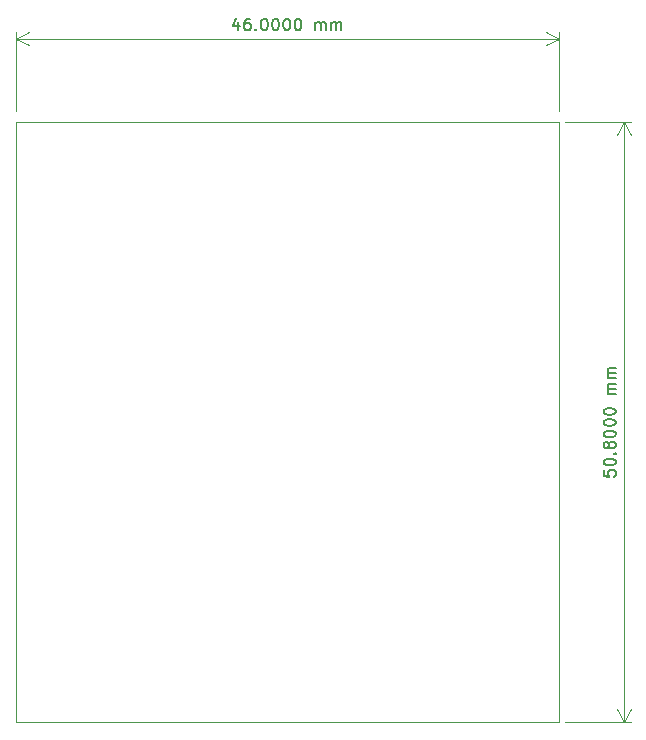
<source format=gbr>
%TF.GenerationSoftware,KiCad,Pcbnew,8.0.8*%
%TF.CreationDate,2025-02-03T20:55:48-05:00*%
%TF.ProjectId,AMS Latching Module V2.0,414d5320-4c61-4746-9368-696e67204d6f,rev?*%
%TF.SameCoordinates,Original*%
%TF.FileFunction,Profile,NP*%
%FSLAX46Y46*%
G04 Gerber Fmt 4.6, Leading zero omitted, Abs format (unit mm)*
G04 Created by KiCad (PCBNEW 8.0.8) date 2025-02-03 20:55:48*
%MOMM*%
%LPD*%
G01*
G04 APERTURE LIST*
%TA.AperFunction,Profile*%
%ADD10C,0.050000*%
%TD*%
%ADD11C,0.150000*%
G04 APERTURE END LIST*
D10*
X49720000Y-49670000D02*
X95720000Y-49670000D01*
X95720000Y-100470000D01*
X49720000Y-100470000D01*
X49720000Y-49670000D01*
D11*
X99504819Y-79165237D02*
X99504819Y-79641427D01*
X99504819Y-79641427D02*
X99981009Y-79689046D01*
X99981009Y-79689046D02*
X99933390Y-79641427D01*
X99933390Y-79641427D02*
X99885771Y-79546189D01*
X99885771Y-79546189D02*
X99885771Y-79308094D01*
X99885771Y-79308094D02*
X99933390Y-79212856D01*
X99933390Y-79212856D02*
X99981009Y-79165237D01*
X99981009Y-79165237D02*
X100076247Y-79117618D01*
X100076247Y-79117618D02*
X100314342Y-79117618D01*
X100314342Y-79117618D02*
X100409580Y-79165237D01*
X100409580Y-79165237D02*
X100457200Y-79212856D01*
X100457200Y-79212856D02*
X100504819Y-79308094D01*
X100504819Y-79308094D02*
X100504819Y-79546189D01*
X100504819Y-79546189D02*
X100457200Y-79641427D01*
X100457200Y-79641427D02*
X100409580Y-79689046D01*
X99504819Y-78498570D02*
X99504819Y-78403332D01*
X99504819Y-78403332D02*
X99552438Y-78308094D01*
X99552438Y-78308094D02*
X99600057Y-78260475D01*
X99600057Y-78260475D02*
X99695295Y-78212856D01*
X99695295Y-78212856D02*
X99885771Y-78165237D01*
X99885771Y-78165237D02*
X100123866Y-78165237D01*
X100123866Y-78165237D02*
X100314342Y-78212856D01*
X100314342Y-78212856D02*
X100409580Y-78260475D01*
X100409580Y-78260475D02*
X100457200Y-78308094D01*
X100457200Y-78308094D02*
X100504819Y-78403332D01*
X100504819Y-78403332D02*
X100504819Y-78498570D01*
X100504819Y-78498570D02*
X100457200Y-78593808D01*
X100457200Y-78593808D02*
X100409580Y-78641427D01*
X100409580Y-78641427D02*
X100314342Y-78689046D01*
X100314342Y-78689046D02*
X100123866Y-78736665D01*
X100123866Y-78736665D02*
X99885771Y-78736665D01*
X99885771Y-78736665D02*
X99695295Y-78689046D01*
X99695295Y-78689046D02*
X99600057Y-78641427D01*
X99600057Y-78641427D02*
X99552438Y-78593808D01*
X99552438Y-78593808D02*
X99504819Y-78498570D01*
X100409580Y-77736665D02*
X100457200Y-77689046D01*
X100457200Y-77689046D02*
X100504819Y-77736665D01*
X100504819Y-77736665D02*
X100457200Y-77784284D01*
X100457200Y-77784284D02*
X100409580Y-77736665D01*
X100409580Y-77736665D02*
X100504819Y-77736665D01*
X99933390Y-77117618D02*
X99885771Y-77212856D01*
X99885771Y-77212856D02*
X99838152Y-77260475D01*
X99838152Y-77260475D02*
X99742914Y-77308094D01*
X99742914Y-77308094D02*
X99695295Y-77308094D01*
X99695295Y-77308094D02*
X99600057Y-77260475D01*
X99600057Y-77260475D02*
X99552438Y-77212856D01*
X99552438Y-77212856D02*
X99504819Y-77117618D01*
X99504819Y-77117618D02*
X99504819Y-76927142D01*
X99504819Y-76927142D02*
X99552438Y-76831904D01*
X99552438Y-76831904D02*
X99600057Y-76784285D01*
X99600057Y-76784285D02*
X99695295Y-76736666D01*
X99695295Y-76736666D02*
X99742914Y-76736666D01*
X99742914Y-76736666D02*
X99838152Y-76784285D01*
X99838152Y-76784285D02*
X99885771Y-76831904D01*
X99885771Y-76831904D02*
X99933390Y-76927142D01*
X99933390Y-76927142D02*
X99933390Y-77117618D01*
X99933390Y-77117618D02*
X99981009Y-77212856D01*
X99981009Y-77212856D02*
X100028628Y-77260475D01*
X100028628Y-77260475D02*
X100123866Y-77308094D01*
X100123866Y-77308094D02*
X100314342Y-77308094D01*
X100314342Y-77308094D02*
X100409580Y-77260475D01*
X100409580Y-77260475D02*
X100457200Y-77212856D01*
X100457200Y-77212856D02*
X100504819Y-77117618D01*
X100504819Y-77117618D02*
X100504819Y-76927142D01*
X100504819Y-76927142D02*
X100457200Y-76831904D01*
X100457200Y-76831904D02*
X100409580Y-76784285D01*
X100409580Y-76784285D02*
X100314342Y-76736666D01*
X100314342Y-76736666D02*
X100123866Y-76736666D01*
X100123866Y-76736666D02*
X100028628Y-76784285D01*
X100028628Y-76784285D02*
X99981009Y-76831904D01*
X99981009Y-76831904D02*
X99933390Y-76927142D01*
X99504819Y-76117618D02*
X99504819Y-76022380D01*
X99504819Y-76022380D02*
X99552438Y-75927142D01*
X99552438Y-75927142D02*
X99600057Y-75879523D01*
X99600057Y-75879523D02*
X99695295Y-75831904D01*
X99695295Y-75831904D02*
X99885771Y-75784285D01*
X99885771Y-75784285D02*
X100123866Y-75784285D01*
X100123866Y-75784285D02*
X100314342Y-75831904D01*
X100314342Y-75831904D02*
X100409580Y-75879523D01*
X100409580Y-75879523D02*
X100457200Y-75927142D01*
X100457200Y-75927142D02*
X100504819Y-76022380D01*
X100504819Y-76022380D02*
X100504819Y-76117618D01*
X100504819Y-76117618D02*
X100457200Y-76212856D01*
X100457200Y-76212856D02*
X100409580Y-76260475D01*
X100409580Y-76260475D02*
X100314342Y-76308094D01*
X100314342Y-76308094D02*
X100123866Y-76355713D01*
X100123866Y-76355713D02*
X99885771Y-76355713D01*
X99885771Y-76355713D02*
X99695295Y-76308094D01*
X99695295Y-76308094D02*
X99600057Y-76260475D01*
X99600057Y-76260475D02*
X99552438Y-76212856D01*
X99552438Y-76212856D02*
X99504819Y-76117618D01*
X99504819Y-75165237D02*
X99504819Y-75069999D01*
X99504819Y-75069999D02*
X99552438Y-74974761D01*
X99552438Y-74974761D02*
X99600057Y-74927142D01*
X99600057Y-74927142D02*
X99695295Y-74879523D01*
X99695295Y-74879523D02*
X99885771Y-74831904D01*
X99885771Y-74831904D02*
X100123866Y-74831904D01*
X100123866Y-74831904D02*
X100314342Y-74879523D01*
X100314342Y-74879523D02*
X100409580Y-74927142D01*
X100409580Y-74927142D02*
X100457200Y-74974761D01*
X100457200Y-74974761D02*
X100504819Y-75069999D01*
X100504819Y-75069999D02*
X100504819Y-75165237D01*
X100504819Y-75165237D02*
X100457200Y-75260475D01*
X100457200Y-75260475D02*
X100409580Y-75308094D01*
X100409580Y-75308094D02*
X100314342Y-75355713D01*
X100314342Y-75355713D02*
X100123866Y-75403332D01*
X100123866Y-75403332D02*
X99885771Y-75403332D01*
X99885771Y-75403332D02*
X99695295Y-75355713D01*
X99695295Y-75355713D02*
X99600057Y-75308094D01*
X99600057Y-75308094D02*
X99552438Y-75260475D01*
X99552438Y-75260475D02*
X99504819Y-75165237D01*
X99504819Y-74212856D02*
X99504819Y-74117618D01*
X99504819Y-74117618D02*
X99552438Y-74022380D01*
X99552438Y-74022380D02*
X99600057Y-73974761D01*
X99600057Y-73974761D02*
X99695295Y-73927142D01*
X99695295Y-73927142D02*
X99885771Y-73879523D01*
X99885771Y-73879523D02*
X100123866Y-73879523D01*
X100123866Y-73879523D02*
X100314342Y-73927142D01*
X100314342Y-73927142D02*
X100409580Y-73974761D01*
X100409580Y-73974761D02*
X100457200Y-74022380D01*
X100457200Y-74022380D02*
X100504819Y-74117618D01*
X100504819Y-74117618D02*
X100504819Y-74212856D01*
X100504819Y-74212856D02*
X100457200Y-74308094D01*
X100457200Y-74308094D02*
X100409580Y-74355713D01*
X100409580Y-74355713D02*
X100314342Y-74403332D01*
X100314342Y-74403332D02*
X100123866Y-74450951D01*
X100123866Y-74450951D02*
X99885771Y-74450951D01*
X99885771Y-74450951D02*
X99695295Y-74403332D01*
X99695295Y-74403332D02*
X99600057Y-74355713D01*
X99600057Y-74355713D02*
X99552438Y-74308094D01*
X99552438Y-74308094D02*
X99504819Y-74212856D01*
X100504819Y-72689046D02*
X99838152Y-72689046D01*
X99933390Y-72689046D02*
X99885771Y-72641427D01*
X99885771Y-72641427D02*
X99838152Y-72546189D01*
X99838152Y-72546189D02*
X99838152Y-72403332D01*
X99838152Y-72403332D02*
X99885771Y-72308094D01*
X99885771Y-72308094D02*
X99981009Y-72260475D01*
X99981009Y-72260475D02*
X100504819Y-72260475D01*
X99981009Y-72260475D02*
X99885771Y-72212856D01*
X99885771Y-72212856D02*
X99838152Y-72117618D01*
X99838152Y-72117618D02*
X99838152Y-71974761D01*
X99838152Y-71974761D02*
X99885771Y-71879522D01*
X99885771Y-71879522D02*
X99981009Y-71831903D01*
X99981009Y-71831903D02*
X100504819Y-71831903D01*
X100504819Y-71355713D02*
X99838152Y-71355713D01*
X99933390Y-71355713D02*
X99885771Y-71308094D01*
X99885771Y-71308094D02*
X99838152Y-71212856D01*
X99838152Y-71212856D02*
X99838152Y-71069999D01*
X99838152Y-71069999D02*
X99885771Y-70974761D01*
X99885771Y-70974761D02*
X99981009Y-70927142D01*
X99981009Y-70927142D02*
X100504819Y-70927142D01*
X99981009Y-70927142D02*
X99885771Y-70879523D01*
X99885771Y-70879523D02*
X99838152Y-70784285D01*
X99838152Y-70784285D02*
X99838152Y-70641428D01*
X99838152Y-70641428D02*
X99885771Y-70546189D01*
X99885771Y-70546189D02*
X99981009Y-70498570D01*
X99981009Y-70498570D02*
X100504819Y-70498570D01*
D10*
X96220000Y-49670000D02*
X101786420Y-49670000D01*
X96220000Y-100470000D02*
X101786420Y-100470000D01*
X101200000Y-49670000D02*
X101200000Y-100470000D01*
X101200000Y-49670000D02*
X101200000Y-100470000D01*
X101200000Y-49670000D02*
X101786421Y-50796504D01*
X101200000Y-49670000D02*
X100613579Y-50796504D01*
X101200000Y-100470000D02*
X100613579Y-99343496D01*
X101200000Y-100470000D02*
X101786421Y-99343496D01*
D11*
X68577143Y-41238152D02*
X68577143Y-41904819D01*
X68339048Y-40857200D02*
X68100953Y-41571485D01*
X68100953Y-41571485D02*
X68720000Y-41571485D01*
X69529524Y-40904819D02*
X69339048Y-40904819D01*
X69339048Y-40904819D02*
X69243810Y-40952438D01*
X69243810Y-40952438D02*
X69196191Y-41000057D01*
X69196191Y-41000057D02*
X69100953Y-41142914D01*
X69100953Y-41142914D02*
X69053334Y-41333390D01*
X69053334Y-41333390D02*
X69053334Y-41714342D01*
X69053334Y-41714342D02*
X69100953Y-41809580D01*
X69100953Y-41809580D02*
X69148572Y-41857200D01*
X69148572Y-41857200D02*
X69243810Y-41904819D01*
X69243810Y-41904819D02*
X69434286Y-41904819D01*
X69434286Y-41904819D02*
X69529524Y-41857200D01*
X69529524Y-41857200D02*
X69577143Y-41809580D01*
X69577143Y-41809580D02*
X69624762Y-41714342D01*
X69624762Y-41714342D02*
X69624762Y-41476247D01*
X69624762Y-41476247D02*
X69577143Y-41381009D01*
X69577143Y-41381009D02*
X69529524Y-41333390D01*
X69529524Y-41333390D02*
X69434286Y-41285771D01*
X69434286Y-41285771D02*
X69243810Y-41285771D01*
X69243810Y-41285771D02*
X69148572Y-41333390D01*
X69148572Y-41333390D02*
X69100953Y-41381009D01*
X69100953Y-41381009D02*
X69053334Y-41476247D01*
X70053334Y-41809580D02*
X70100953Y-41857200D01*
X70100953Y-41857200D02*
X70053334Y-41904819D01*
X70053334Y-41904819D02*
X70005715Y-41857200D01*
X70005715Y-41857200D02*
X70053334Y-41809580D01*
X70053334Y-41809580D02*
X70053334Y-41904819D01*
X70720000Y-40904819D02*
X70815238Y-40904819D01*
X70815238Y-40904819D02*
X70910476Y-40952438D01*
X70910476Y-40952438D02*
X70958095Y-41000057D01*
X70958095Y-41000057D02*
X71005714Y-41095295D01*
X71005714Y-41095295D02*
X71053333Y-41285771D01*
X71053333Y-41285771D02*
X71053333Y-41523866D01*
X71053333Y-41523866D02*
X71005714Y-41714342D01*
X71005714Y-41714342D02*
X70958095Y-41809580D01*
X70958095Y-41809580D02*
X70910476Y-41857200D01*
X70910476Y-41857200D02*
X70815238Y-41904819D01*
X70815238Y-41904819D02*
X70720000Y-41904819D01*
X70720000Y-41904819D02*
X70624762Y-41857200D01*
X70624762Y-41857200D02*
X70577143Y-41809580D01*
X70577143Y-41809580D02*
X70529524Y-41714342D01*
X70529524Y-41714342D02*
X70481905Y-41523866D01*
X70481905Y-41523866D02*
X70481905Y-41285771D01*
X70481905Y-41285771D02*
X70529524Y-41095295D01*
X70529524Y-41095295D02*
X70577143Y-41000057D01*
X70577143Y-41000057D02*
X70624762Y-40952438D01*
X70624762Y-40952438D02*
X70720000Y-40904819D01*
X71672381Y-40904819D02*
X71767619Y-40904819D01*
X71767619Y-40904819D02*
X71862857Y-40952438D01*
X71862857Y-40952438D02*
X71910476Y-41000057D01*
X71910476Y-41000057D02*
X71958095Y-41095295D01*
X71958095Y-41095295D02*
X72005714Y-41285771D01*
X72005714Y-41285771D02*
X72005714Y-41523866D01*
X72005714Y-41523866D02*
X71958095Y-41714342D01*
X71958095Y-41714342D02*
X71910476Y-41809580D01*
X71910476Y-41809580D02*
X71862857Y-41857200D01*
X71862857Y-41857200D02*
X71767619Y-41904819D01*
X71767619Y-41904819D02*
X71672381Y-41904819D01*
X71672381Y-41904819D02*
X71577143Y-41857200D01*
X71577143Y-41857200D02*
X71529524Y-41809580D01*
X71529524Y-41809580D02*
X71481905Y-41714342D01*
X71481905Y-41714342D02*
X71434286Y-41523866D01*
X71434286Y-41523866D02*
X71434286Y-41285771D01*
X71434286Y-41285771D02*
X71481905Y-41095295D01*
X71481905Y-41095295D02*
X71529524Y-41000057D01*
X71529524Y-41000057D02*
X71577143Y-40952438D01*
X71577143Y-40952438D02*
X71672381Y-40904819D01*
X72624762Y-40904819D02*
X72720000Y-40904819D01*
X72720000Y-40904819D02*
X72815238Y-40952438D01*
X72815238Y-40952438D02*
X72862857Y-41000057D01*
X72862857Y-41000057D02*
X72910476Y-41095295D01*
X72910476Y-41095295D02*
X72958095Y-41285771D01*
X72958095Y-41285771D02*
X72958095Y-41523866D01*
X72958095Y-41523866D02*
X72910476Y-41714342D01*
X72910476Y-41714342D02*
X72862857Y-41809580D01*
X72862857Y-41809580D02*
X72815238Y-41857200D01*
X72815238Y-41857200D02*
X72720000Y-41904819D01*
X72720000Y-41904819D02*
X72624762Y-41904819D01*
X72624762Y-41904819D02*
X72529524Y-41857200D01*
X72529524Y-41857200D02*
X72481905Y-41809580D01*
X72481905Y-41809580D02*
X72434286Y-41714342D01*
X72434286Y-41714342D02*
X72386667Y-41523866D01*
X72386667Y-41523866D02*
X72386667Y-41285771D01*
X72386667Y-41285771D02*
X72434286Y-41095295D01*
X72434286Y-41095295D02*
X72481905Y-41000057D01*
X72481905Y-41000057D02*
X72529524Y-40952438D01*
X72529524Y-40952438D02*
X72624762Y-40904819D01*
X73577143Y-40904819D02*
X73672381Y-40904819D01*
X73672381Y-40904819D02*
X73767619Y-40952438D01*
X73767619Y-40952438D02*
X73815238Y-41000057D01*
X73815238Y-41000057D02*
X73862857Y-41095295D01*
X73862857Y-41095295D02*
X73910476Y-41285771D01*
X73910476Y-41285771D02*
X73910476Y-41523866D01*
X73910476Y-41523866D02*
X73862857Y-41714342D01*
X73862857Y-41714342D02*
X73815238Y-41809580D01*
X73815238Y-41809580D02*
X73767619Y-41857200D01*
X73767619Y-41857200D02*
X73672381Y-41904819D01*
X73672381Y-41904819D02*
X73577143Y-41904819D01*
X73577143Y-41904819D02*
X73481905Y-41857200D01*
X73481905Y-41857200D02*
X73434286Y-41809580D01*
X73434286Y-41809580D02*
X73386667Y-41714342D01*
X73386667Y-41714342D02*
X73339048Y-41523866D01*
X73339048Y-41523866D02*
X73339048Y-41285771D01*
X73339048Y-41285771D02*
X73386667Y-41095295D01*
X73386667Y-41095295D02*
X73434286Y-41000057D01*
X73434286Y-41000057D02*
X73481905Y-40952438D01*
X73481905Y-40952438D02*
X73577143Y-40904819D01*
X75100953Y-41904819D02*
X75100953Y-41238152D01*
X75100953Y-41333390D02*
X75148572Y-41285771D01*
X75148572Y-41285771D02*
X75243810Y-41238152D01*
X75243810Y-41238152D02*
X75386667Y-41238152D01*
X75386667Y-41238152D02*
X75481905Y-41285771D01*
X75481905Y-41285771D02*
X75529524Y-41381009D01*
X75529524Y-41381009D02*
X75529524Y-41904819D01*
X75529524Y-41381009D02*
X75577143Y-41285771D01*
X75577143Y-41285771D02*
X75672381Y-41238152D01*
X75672381Y-41238152D02*
X75815238Y-41238152D01*
X75815238Y-41238152D02*
X75910477Y-41285771D01*
X75910477Y-41285771D02*
X75958096Y-41381009D01*
X75958096Y-41381009D02*
X75958096Y-41904819D01*
X76434286Y-41904819D02*
X76434286Y-41238152D01*
X76434286Y-41333390D02*
X76481905Y-41285771D01*
X76481905Y-41285771D02*
X76577143Y-41238152D01*
X76577143Y-41238152D02*
X76720000Y-41238152D01*
X76720000Y-41238152D02*
X76815238Y-41285771D01*
X76815238Y-41285771D02*
X76862857Y-41381009D01*
X76862857Y-41381009D02*
X76862857Y-41904819D01*
X76862857Y-41381009D02*
X76910476Y-41285771D01*
X76910476Y-41285771D02*
X77005714Y-41238152D01*
X77005714Y-41238152D02*
X77148571Y-41238152D01*
X77148571Y-41238152D02*
X77243810Y-41285771D01*
X77243810Y-41285771D02*
X77291429Y-41381009D01*
X77291429Y-41381009D02*
X77291429Y-41904819D01*
D10*
X49720000Y-48770000D02*
X49720000Y-42013580D01*
X95720000Y-48770000D02*
X95720000Y-42013580D01*
X49720000Y-42600000D02*
X95720000Y-42600000D01*
X49720000Y-42600000D02*
X95720000Y-42600000D01*
X49720000Y-42600000D02*
X50846504Y-42013579D01*
X49720000Y-42600000D02*
X50846504Y-43186421D01*
X95720000Y-42600000D02*
X94593496Y-43186421D01*
X95720000Y-42600000D02*
X94593496Y-42013579D01*
M02*

</source>
